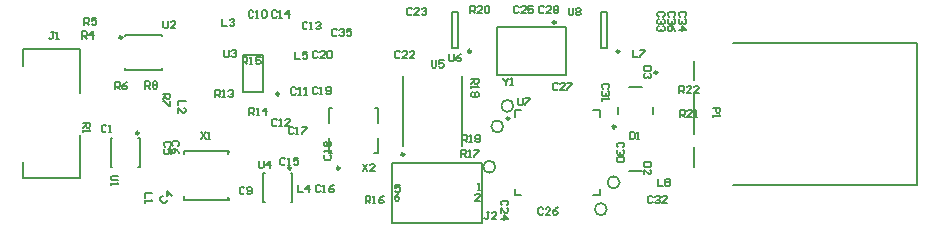
<source format=gto>
%FSLAX24Y24*%
%MOIN*%
G70*
G01*
G75*
G04 Layer_Color=65535*
%ADD10C,0.0060*%
%ADD11C,0.0200*%
%ADD12C,0.0100*%
%ADD13C,0.0250*%
%ADD14C,0.0120*%
%ADD15C,0.0330*%
%ADD16R,0.0197X0.0236*%
%ADD17R,0.0315X0.0354*%
%ADD18R,0.0217X0.0472*%
%ADD19R,0.1575X0.1181*%
%ADD20R,0.0236X0.0394*%
%ADD21R,0.0394X0.0394*%
%ADD22R,0.2156X0.2156*%
%ADD23O,0.0118X0.0295*%
%ADD24O,0.0295X0.0118*%
%ADD25O,0.0669X0.0177*%
%ADD26R,0.0354X0.0315*%
%ADD27R,0.0266X0.0098*%
%ADD28R,0.0591X0.0937*%
%ADD29R,0.0512X0.0295*%
%ADD30R,0.0128X0.0197*%
%ADD31R,0.0630X0.0520*%
%ADD32R,0.0709X0.0276*%
%ADD33R,0.0906X0.0276*%
%ADD34R,0.0276X0.0709*%
%ADD35R,0.1600X0.0600*%
%ADD36R,0.0433X0.0256*%
%ADD37R,0.0827X0.0472*%
%ADD38R,0.0827X0.0315*%
%ADD39R,0.0236X0.0197*%
G04:AMPARAMS|DCode=40|XSize=19.7mil|YSize=23.6mil|CornerRadius=0mil|HoleSize=0mil|Usage=FLASHONLY|Rotation=135.000|XOffset=0mil|YOffset=0mil|HoleType=Round|Shape=Rectangle|*
%AMROTATEDRECTD40*
4,1,4,0.0153,0.0014,-0.0014,-0.0153,-0.0153,-0.0014,0.0014,0.0153,0.0153,0.0014,0.0*
%
%ADD40ROTATEDRECTD40*%

%ADD41C,0.0150*%
%ADD42C,0.0290*%
%ADD43R,0.1600X0.1300*%
%ADD44C,0.0591*%
%ADD45C,0.0591*%
%ADD46R,0.0591X0.0591*%
%ADD47C,0.0472*%
%ADD48O,0.1575X0.0650*%
%ADD49C,0.0260*%
%ADD50C,0.0400*%
%ADD51C,0.0550*%
%ADD52C,0.0754*%
%ADD53C,0.0991*%
%ADD54O,0.1384X0.0794*%
%ADD55R,0.2280X0.2290*%
%ADD56R,0.1000X0.2790*%
%ADD57R,0.8990X0.0670*%
%ADD58R,0.0750X0.0500*%
%ADD59C,0.0530*%
%ADD60C,0.0098*%
%ADD61C,0.0079*%
D10*
X41035Y21910D02*
G03*
X41035Y21910I-200J0D01*
G01*
X45176Y21391D02*
G03*
X45176Y21391I-200J0D01*
G01*
X44750Y20495D02*
G03*
X44750Y20495I-200J0D01*
G01*
X41300Y23255D02*
G03*
X41300Y23255I-200J0D01*
G01*
X41635Y23940D02*
G03*
X41635Y23940I-200J0D01*
G01*
X39932Y22586D02*
Y24948D01*
X37964Y22586D02*
Y24948D01*
X45500Y21755D02*
X45910D01*
X45500Y24555D02*
X45910D01*
X29929Y26255D02*
Y26314D01*
X28699Y26256D02*
Y26315D01*
Y26317D02*
X29929D01*
X28699Y25133D02*
X29929D01*
X28699Y25135D02*
Y25194D01*
X29929Y25136D02*
Y25195D01*
X29197Y21889D02*
Y22873D01*
X28213Y21889D02*
Y22873D01*
X29138D02*
X29197D01*
X29138Y21889D02*
X29197D01*
X28213Y22873D02*
X28272D01*
X28213Y21889D02*
X28272D01*
X33288Y20723D02*
X33347D01*
X33288Y21707D02*
X33347D01*
X34213Y20723D02*
X34272D01*
X34213Y21707D02*
X34272D01*
X33288Y20723D02*
Y21707D01*
X34272Y20723D02*
Y21707D01*
X41100Y24975D02*
X43400Y24975D01*
X41100Y24975D02*
X41100Y26575D01*
X43400D01*
Y24975D02*
Y26575D01*
X30650Y20815D02*
X32141D01*
X30650Y22445D02*
X32141D01*
X30650Y20815D02*
Y20925D01*
Y22325D02*
Y22445D01*
X32140Y20915D02*
X32141Y20815D01*
X32140Y22345D02*
X32141Y22445D01*
X37000Y22365D02*
X37110D01*
X35480D02*
X35600D01*
X37010Y23855D02*
X37110Y23856D01*
X35480Y23856D02*
X35580Y23855D01*
X35480Y22865D02*
X35480Y22365D01*
X35480Y23356D02*
Y23856D01*
X37110Y23356D02*
X37110Y23856D01*
X37110Y22365D02*
Y22865D01*
X25300Y25275D02*
Y25825D01*
X27200D01*
Y24375D02*
Y25825D01*
Y21525D02*
Y22975D01*
X25300Y21525D02*
X27200D01*
X25300D02*
Y22075D01*
X47000Y26915D02*
X47040Y26955D01*
Y27035D01*
X47000Y27075D01*
X46840D01*
X46800Y27035D01*
Y26955D01*
X46840Y26915D01*
X47000Y26835D02*
X47040Y26795D01*
Y26715D01*
X47000Y26675D01*
X46960D01*
X46920Y26715D01*
Y26755D01*
Y26715D01*
X46880Y26675D01*
X46840D01*
X46800Y26715D01*
Y26795D01*
X46840Y26835D01*
X47040Y26435D02*
X47000Y26515D01*
X46920Y26595D01*
X46840D01*
X46800Y26555D01*
Y26475D01*
X46840Y26435D01*
X46880D01*
X46920Y26475D01*
Y26595D01*
X35760Y26475D02*
X35720Y26515D01*
X35640D01*
X35600Y26475D01*
Y26315D01*
X35640Y26275D01*
X35720D01*
X35760Y26315D01*
X35840Y26475D02*
X35880Y26515D01*
X35960D01*
X36000Y26475D01*
Y26435D01*
X35960Y26395D01*
X35920D01*
X35960D01*
X36000Y26355D01*
Y26315D01*
X35960Y26275D01*
X35880D01*
X35840Y26315D01*
X36240Y26515D02*
X36080D01*
Y26395D01*
X36160Y26435D01*
X36200D01*
X36240Y26395D01*
Y26315D01*
X36200Y26275D01*
X36120D01*
X36080Y26315D01*
X46230Y25265D02*
X45990D01*
Y25145D01*
X46030Y25105D01*
X46190D01*
X46230Y25145D01*
Y25265D01*
X46190Y25025D02*
X46230Y24985D01*
Y24905D01*
X46190Y24865D01*
X46150D01*
X46110Y24905D01*
Y24945D01*
Y24905D01*
X46070Y24865D01*
X46030D01*
X45990Y24905D01*
Y24985D01*
X46030Y25025D01*
X41300Y24865D02*
Y24825D01*
X41380Y24745D01*
X41460Y24825D01*
Y24865D01*
X41380Y24745D02*
Y24625D01*
X41540D02*
X41620D01*
X41580D01*
Y24865D01*
X41540Y24825D01*
X26320Y26405D02*
X26240D01*
X26280D01*
Y26205D01*
X26240Y26165D01*
X26200D01*
X26160Y26205D01*
X26400Y26165D02*
X26480D01*
X26440D01*
Y26405D01*
X26400Y26365D01*
X45520Y23085D02*
Y22845D01*
X45640D01*
X45680Y22885D01*
Y23045D01*
X45640Y23085D01*
X45520D01*
X45760Y22845D02*
X45840D01*
X45800D01*
Y23085D01*
X45760Y23045D01*
X40830Y20395D02*
X40750D01*
X40790D01*
Y20195D01*
X40750Y20155D01*
X40710D01*
X40670Y20195D01*
X41070Y20155D02*
X40910D01*
X41070Y20315D01*
Y20355D01*
X41030Y20395D01*
X40950D01*
X40910Y20355D01*
X40450Y21125D02*
X40530D01*
X40490D01*
Y21365D01*
X40450Y21325D01*
X40520Y20775D02*
X40360D01*
X40520Y20935D01*
Y20975D01*
X40480Y21015D01*
X40400D01*
X40360Y20975D01*
X37860Y21315D02*
X37700D01*
Y21195D01*
X37780Y21235D01*
X37820D01*
X37860Y21195D01*
Y21115D01*
X37820Y21075D01*
X37740D01*
X37700Y21115D01*
X37840Y21025D02*
X37760Y20985D01*
X37680Y20905D01*
Y20825D01*
X37720Y20785D01*
X37800D01*
X37840Y20825D01*
Y20865D01*
X37800Y20905D01*
X37680D01*
X36610Y22005D02*
X36770Y21765D01*
Y22005D02*
X36610Y21765D01*
X37010D02*
X36850D01*
X37010Y21925D01*
Y21965D01*
X36970Y22005D01*
X36890D01*
X36850Y21965D01*
X31220Y23085D02*
X31380Y22845D01*
Y23085D02*
X31220Y22845D01*
X31460D02*
X31540D01*
X31500D01*
Y23085D01*
X31460Y23045D01*
X39500Y25665D02*
Y25465D01*
X39540Y25425D01*
X39620D01*
X39660Y25465D01*
Y25665D01*
X39900D02*
X39820Y25625D01*
X39740Y25545D01*
Y25465D01*
X39780Y25425D01*
X39860D01*
X39900Y25465D01*
Y25505D01*
X39860Y25545D01*
X39740D01*
X41790Y24205D02*
Y24005D01*
X41830Y23965D01*
X41910D01*
X41950Y24005D01*
Y24205D01*
X42030D02*
X42190D01*
Y24165D01*
X42030Y24005D01*
Y23965D01*
X32000Y25815D02*
Y25615D01*
X32040Y25575D01*
X32120D01*
X32160Y25615D01*
Y25815D01*
X32240Y25775D02*
X32280Y25815D01*
X32360D01*
X32400Y25775D01*
Y25735D01*
X32360Y25695D01*
X32320D01*
X32360D01*
X32400Y25655D01*
Y25615D01*
X32360Y25575D01*
X32280D01*
X32240Y25615D01*
X48300Y23875D02*
X48540D01*
Y23755D01*
X48500Y23715D01*
X48420D01*
X48380Y23755D01*
Y23875D01*
X48300Y23635D02*
Y23555D01*
Y23595D01*
X48540D01*
X48500Y23635D01*
X33150Y22095D02*
Y21895D01*
X33190Y21855D01*
X33270D01*
X33310Y21895D01*
Y22095D01*
X33510Y21855D02*
Y22095D01*
X33390Y21975D01*
X33550D01*
X46640Y26915D02*
X46680Y26955D01*
Y27035D01*
X46640Y27075D01*
X46480D01*
X46440Y27035D01*
Y26955D01*
X46480Y26915D01*
X46640Y26835D02*
X46680Y26795D01*
Y26715D01*
X46640Y26675D01*
X46600D01*
X46560Y26715D01*
Y26755D01*
Y26715D01*
X46520Y26675D01*
X46480D01*
X46440Y26715D01*
Y26795D01*
X46480Y26835D01*
X46640Y26595D02*
X46680Y26555D01*
Y26475D01*
X46640Y26435D01*
X46600D01*
X46560Y26475D01*
Y26515D01*
Y26475D01*
X46520Y26435D01*
X46480D01*
X46440Y26475D01*
Y26555D01*
X46480Y26595D01*
X38910Y25455D02*
Y25255D01*
X38950Y25215D01*
X39030D01*
X39070Y25255D01*
Y25455D01*
X39310D02*
X39150D01*
Y25335D01*
X39230Y25375D01*
X39270D01*
X39310Y25335D01*
Y25255D01*
X39270Y25215D01*
X39190D01*
X39150Y25255D01*
X29970Y26765D02*
Y26565D01*
X30010Y26525D01*
X30090D01*
X30130Y26565D01*
Y26765D01*
X30370Y26525D02*
X30210D01*
X30370Y26685D01*
Y26725D01*
X30330Y26765D01*
X30250D01*
X30210Y26725D01*
X34370Y25745D02*
Y25505D01*
X34530D01*
X34770Y25745D02*
X34610D01*
Y25625D01*
X34690Y25665D01*
X34730D01*
X34770Y25625D01*
Y25545D01*
X34730Y25505D01*
X34650D01*
X34610Y25545D01*
X41810Y27225D02*
X41770Y27265D01*
X41690D01*
X41650Y27225D01*
Y27065D01*
X41690Y27025D01*
X41770D01*
X41810Y27065D01*
X42050Y27025D02*
X41890D01*
X42050Y27185D01*
Y27225D01*
X42010Y27265D01*
X41930D01*
X41890Y27225D01*
X42290Y27265D02*
X42130D01*
Y27145D01*
X42210Y27185D01*
X42250D01*
X42290Y27145D01*
Y27065D01*
X42250Y27025D01*
X42170D01*
X42130Y27065D01*
X42660Y27225D02*
X42620Y27265D01*
X42540D01*
X42500Y27225D01*
Y27065D01*
X42540Y27025D01*
X42620D01*
X42660Y27065D01*
X42900Y27025D02*
X42740D01*
X42900Y27185D01*
Y27225D01*
X42860Y27265D01*
X42780D01*
X42740Y27225D01*
X42980D02*
X43020Y27265D01*
X43100D01*
X43140Y27225D01*
Y27185D01*
X43100Y27145D01*
X43140Y27105D01*
Y27065D01*
X43100Y27025D01*
X43020D01*
X42980Y27065D01*
Y27105D01*
X43020Y27145D01*
X42980Y27185D01*
Y27225D01*
X43020Y27145D02*
X43100D01*
X46280Y20895D02*
X46240Y20935D01*
X46160D01*
X46120Y20895D01*
Y20735D01*
X46160Y20695D01*
X46240D01*
X46280Y20735D01*
X46360Y20895D02*
X46400Y20935D01*
X46480D01*
X46520Y20895D01*
Y20855D01*
X46480Y20815D01*
X46440D01*
X46480D01*
X46520Y20775D01*
Y20735D01*
X46480Y20695D01*
X46400D01*
X46360Y20735D01*
X46760Y20695D02*
X46600D01*
X46760Y20855D01*
Y20895D01*
X46720Y20935D01*
X46640D01*
X46600Y20895D01*
X35210Y21265D02*
X35170Y21305D01*
X35090D01*
X35050Y21265D01*
Y21105D01*
X35090Y21065D01*
X35170D01*
X35210Y21105D01*
X35290Y21065D02*
X35370D01*
X35330D01*
Y21305D01*
X35290Y21265D01*
X35650Y21305D02*
X35570Y21265D01*
X35490Y21185D01*
Y21105D01*
X35530Y21065D01*
X35610D01*
X35650Y21105D01*
Y21145D01*
X35610Y21185D01*
X35490D01*
X29972Y20929D02*
X29915D01*
X29859Y20873D01*
Y20816D01*
X29972Y20703D01*
X30028D01*
X30085Y20760D01*
Y20816D01*
X30254Y20929D02*
X30085Y21099D01*
Y20929D01*
X30198Y21043D01*
X32670Y21195D02*
X32630Y21235D01*
X32550D01*
X32510Y21195D01*
Y21035D01*
X32550Y20995D01*
X32630D01*
X32670Y21035D01*
X32750D02*
X32790Y20995D01*
X32870D01*
X32910Y21035D01*
Y21195D01*
X32870Y21235D01*
X32790D01*
X32750Y21195D01*
Y21155D01*
X32790Y21115D01*
X32910D01*
X35110Y24525D02*
X35070Y24565D01*
X34990D01*
X34950Y24525D01*
Y24365D01*
X34990Y24325D01*
X35070D01*
X35110Y24365D01*
X35190Y24325D02*
X35270D01*
X35230D01*
Y24565D01*
X35190Y24525D01*
X35390Y24365D02*
X35430Y24325D01*
X35510D01*
X35550Y24365D01*
Y24525D01*
X35510Y24565D01*
X35430D01*
X35390Y24525D01*
Y24485D01*
X35430Y24445D01*
X35550D01*
X35110Y25725D02*
X35070Y25765D01*
X34990D01*
X34950Y25725D01*
Y25565D01*
X34990Y25525D01*
X35070D01*
X35110Y25565D01*
X35350Y25525D02*
X35190D01*
X35350Y25685D01*
Y25725D01*
X35310Y25765D01*
X35230D01*
X35190Y25725D01*
X35430D02*
X35470Y25765D01*
X35550D01*
X35590Y25725D01*
Y25565D01*
X35550Y25525D01*
X35470D01*
X35430Y25565D01*
Y25725D01*
X35353Y22308D02*
X35313Y22268D01*
Y22188D01*
X35353Y22148D01*
X35513D01*
X35553Y22188D01*
Y22268D01*
X35513Y22308D01*
X35553Y22388D02*
Y22468D01*
Y22428D01*
X35313D01*
X35353Y22388D01*
Y22588D02*
X35313Y22628D01*
Y22708D01*
X35353Y22748D01*
X35393D01*
X35433Y22708D01*
X35473Y22748D01*
X35513D01*
X35553Y22708D01*
Y22628D01*
X35513Y22588D01*
X35473D01*
X35433Y22628D01*
X35393Y22588D01*
X35353D01*
X35433Y22628D02*
Y22708D01*
X30710Y24115D02*
X30470D01*
Y23955D01*
Y23715D02*
Y23875D01*
X30630Y23715D01*
X30670D01*
X30710Y23755D01*
Y23835D01*
X30670Y23875D01*
X31940Y26845D02*
Y26605D01*
X32100D01*
X32180Y26805D02*
X32220Y26845D01*
X32300D01*
X32340Y26805D01*
Y26765D01*
X32300Y26725D01*
X32260D01*
X32300D01*
X32340Y26685D01*
Y26645D01*
X32300Y26605D01*
X32220D01*
X32180Y26645D01*
X34450Y21295D02*
Y21055D01*
X34610D01*
X34810D02*
Y21295D01*
X34690Y21175D01*
X34850D01*
X45630Y25815D02*
Y25575D01*
X45790D01*
X45870Y25815D02*
X46030D01*
Y25775D01*
X45870Y25615D01*
Y25575D01*
X46450Y21515D02*
Y21275D01*
X46610D01*
X46690Y21475D02*
X46730Y21515D01*
X46810D01*
X46850Y21475D01*
Y21435D01*
X46810Y21395D01*
X46850Y21355D01*
Y21315D01*
X46810Y21275D01*
X46730D01*
X46690Y21315D01*
Y21355D01*
X46730Y21395D01*
X46690Y21435D01*
Y21475D01*
X46730Y21395D02*
X46810D01*
X29590Y21035D02*
X29350D01*
Y20875D01*
Y20795D02*
Y20715D01*
Y20755D01*
X29590D01*
X29550Y20795D01*
X32840Y23635D02*
Y23875D01*
X32960D01*
X33000Y23835D01*
Y23755D01*
X32960Y23715D01*
X32840D01*
X32920D02*
X33000Y23635D01*
X33080D02*
X33160D01*
X33120D01*
Y23875D01*
X33080Y23835D01*
X33400Y23635D02*
Y23875D01*
X33280Y23755D01*
X33440D01*
X32610Y25325D02*
Y25565D01*
X32730D01*
X32770Y25525D01*
Y25445D01*
X32730Y25405D01*
X32610D01*
X32690D02*
X32770Y25325D01*
X32850D02*
X32930D01*
X32890D01*
Y25565D01*
X32850Y25525D01*
X33210Y25565D02*
X33050D01*
Y25445D01*
X33130Y25485D01*
X33170D01*
X33210Y25445D01*
Y25365D01*
X33170Y25325D01*
X33090D01*
X33050Y25365D01*
X28360Y24495D02*
Y24735D01*
X28480D01*
X28520Y24695D01*
Y24615D01*
X28480Y24575D01*
X28360D01*
X28440D02*
X28520Y24495D01*
X28760Y24735D02*
X28680Y24695D01*
X28600Y24615D01*
Y24535D01*
X28640Y24495D01*
X28720D01*
X28760Y24535D01*
Y24575D01*
X28720Y24615D01*
X28600D01*
X31700Y24225D02*
Y24465D01*
X31820D01*
X31860Y24425D01*
Y24345D01*
X31820Y24305D01*
X31700D01*
X31780D02*
X31860Y24225D01*
X31940D02*
X32020D01*
X31980D01*
Y24465D01*
X31940Y24425D01*
X32140D02*
X32180Y24465D01*
X32260D01*
X32300Y24425D01*
Y24385D01*
X32260Y24345D01*
X32220D01*
X32260D01*
X32300Y24305D01*
Y24265D01*
X32260Y24225D01*
X32180D01*
X32140Y24265D01*
X27300Y23375D02*
X27540D01*
Y23255D01*
X27500Y23215D01*
X27420D01*
X27380Y23255D01*
Y23375D01*
Y23295D02*
X27300Y23215D01*
Y23135D02*
Y23055D01*
Y23095D01*
X27540D01*
X27500Y23135D01*
X39930Y22725D02*
Y22965D01*
X40050D01*
X40090Y22925D01*
Y22845D01*
X40050Y22805D01*
X39930D01*
X40010D02*
X40090Y22725D01*
X40170D02*
X40250D01*
X40210D01*
Y22965D01*
X40170Y22925D01*
X40370D02*
X40410Y22965D01*
X40490D01*
X40530Y22925D01*
Y22885D01*
X40490Y22845D01*
X40530Y22805D01*
Y22765D01*
X40490Y22725D01*
X40410D01*
X40370Y22765D01*
Y22805D01*
X40410Y22845D01*
X40370Y22885D01*
Y22925D01*
X40410Y22845D02*
X40490D01*
X39900Y22245D02*
Y22485D01*
X40020D01*
X40060Y22445D01*
Y22365D01*
X40020Y22325D01*
X39900D01*
X39980D02*
X40060Y22245D01*
X40140D02*
X40220D01*
X40180D01*
Y22485D01*
X40140Y22445D01*
X40340Y22485D02*
X40500D01*
Y22445D01*
X40340Y22285D01*
Y22245D01*
X27260Y26185D02*
Y26425D01*
X27380D01*
X27420Y26385D01*
Y26305D01*
X27380Y26265D01*
X27260D01*
X27340D02*
X27420Y26185D01*
X27620D02*
Y26425D01*
X27500Y26305D01*
X27660D01*
X36710Y20695D02*
Y20935D01*
X36830D01*
X36870Y20895D01*
Y20815D01*
X36830Y20775D01*
X36710D01*
X36790D02*
X36870Y20695D01*
X36950D02*
X37030D01*
X36990D01*
Y20935D01*
X36950Y20895D01*
X37310Y20935D02*
X37230Y20895D01*
X37150Y20815D01*
Y20735D01*
X37190Y20695D01*
X37270D01*
X37310Y20735D01*
Y20775D01*
X37270Y20815D01*
X37150D01*
X27340Y26635D02*
Y26875D01*
X27460D01*
X27500Y26835D01*
Y26755D01*
X27460Y26715D01*
X27340D01*
X27420D02*
X27500Y26635D01*
X27740Y26875D02*
X27580D01*
Y26755D01*
X27660Y26795D01*
X27700D01*
X27740Y26755D01*
Y26675D01*
X27700Y26635D01*
X27620D01*
X27580Y26675D01*
X29960Y24345D02*
X30200D01*
Y24225D01*
X30160Y24185D01*
X30080D01*
X30040Y24225D01*
Y24345D01*
Y24265D02*
X29960Y24185D01*
X30200Y24105D02*
Y23945D01*
X30160D01*
X30000Y24105D01*
X29960D01*
X29370Y24515D02*
Y24755D01*
X29490D01*
X29530Y24715D01*
Y24635D01*
X29490Y24595D01*
X29370D01*
X29450D02*
X29530Y24515D01*
X29610Y24715D02*
X29650Y24755D01*
X29730D01*
X29770Y24715D01*
Y24675D01*
X29730Y24635D01*
X29770Y24595D01*
Y24555D01*
X29730Y24515D01*
X29650D01*
X29610Y24555D01*
Y24595D01*
X29650Y24635D01*
X29610Y24675D01*
Y24715D01*
X29650Y24635D02*
X29730D01*
X47170Y24365D02*
Y24605D01*
X47290D01*
X47330Y24565D01*
Y24485D01*
X47290Y24445D01*
X47170D01*
X47250D02*
X47330Y24365D01*
X47570D02*
X47410D01*
X47570Y24525D01*
Y24565D01*
X47530Y24605D01*
X47450D01*
X47410Y24565D01*
X47810Y24365D02*
X47650D01*
X47810Y24525D01*
Y24565D01*
X47770Y24605D01*
X47690D01*
X47650Y24565D01*
X47190Y23565D02*
Y23805D01*
X47310D01*
X47350Y23765D01*
Y23685D01*
X47310Y23645D01*
X47190D01*
X47270D02*
X47350Y23565D01*
X47590D02*
X47430D01*
X47590Y23725D01*
Y23765D01*
X47550Y23805D01*
X47470D01*
X47430Y23765D01*
X47670Y23565D02*
X47750D01*
X47710D01*
Y23805D01*
X47670Y23765D01*
X40240Y24845D02*
X40480D01*
Y24725D01*
X40440Y24685D01*
X40360D01*
X40320Y24725D01*
Y24845D01*
Y24765D02*
X40240Y24685D01*
Y24605D02*
Y24525D01*
Y24565D01*
X40480D01*
X40440Y24605D01*
X40280Y24405D02*
X40240Y24365D01*
Y24285D01*
X40280Y24245D01*
X40440D01*
X40480Y24285D01*
Y24365D01*
X40440Y24405D01*
X40400D01*
X40360Y24365D01*
Y24245D01*
X28470Y21615D02*
X28270D01*
X28230Y21575D01*
Y21495D01*
X28270Y21455D01*
X28470D01*
X28230Y21375D02*
Y21295D01*
Y21335D01*
X28470D01*
X28430Y21375D01*
X28070Y23275D02*
X28030Y23315D01*
X27950D01*
X27910Y23275D01*
Y23115D01*
X27950Y23075D01*
X28030D01*
X28070Y23115D01*
X28150Y23075D02*
X28230D01*
X28190D01*
Y23315D01*
X28150Y23275D01*
X32970Y27085D02*
X32930Y27125D01*
X32850D01*
X32810Y27085D01*
Y26925D01*
X32850Y26885D01*
X32930D01*
X32970Y26925D01*
X33050Y26885D02*
X33130D01*
X33090D01*
Y27125D01*
X33050Y27085D01*
X33250D02*
X33290Y27125D01*
X33370D01*
X33410Y27085D01*
Y26925D01*
X33370Y26885D01*
X33290D01*
X33250Y26925D01*
Y27085D01*
X33760Y23475D02*
X33720Y23515D01*
X33640D01*
X33600Y23475D01*
Y23315D01*
X33640Y23275D01*
X33720D01*
X33760Y23315D01*
X33840Y23275D02*
X33920D01*
X33880D01*
Y23515D01*
X33840Y23475D01*
X34200Y23275D02*
X34040D01*
X34200Y23435D01*
Y23475D01*
X34160Y23515D01*
X34080D01*
X34040Y23475D01*
X33750Y27085D02*
X33710Y27125D01*
X33630D01*
X33590Y27085D01*
Y26925D01*
X33630Y26885D01*
X33710D01*
X33750Y26925D01*
X33830Y26885D02*
X33910D01*
X33870D01*
Y27125D01*
X33830Y27085D01*
X34150Y26885D02*
Y27125D01*
X34030Y27005D01*
X34190D01*
X42630Y20515D02*
X42590Y20555D01*
X42510D01*
X42470Y20515D01*
Y20355D01*
X42510Y20315D01*
X42590D01*
X42630Y20355D01*
X42870Y20315D02*
X42710D01*
X42870Y20475D01*
Y20515D01*
X42830Y20555D01*
X42750D01*
X42710Y20515D01*
X43110Y20555D02*
X43030Y20515D01*
X42950Y20435D01*
Y20355D01*
X42990Y20315D01*
X43070D01*
X43110Y20355D01*
Y20395D01*
X43070Y20435D01*
X42950D01*
X45280Y22555D02*
X45320Y22595D01*
Y22675D01*
X45280Y22715D01*
X45120D01*
X45080Y22675D01*
Y22595D01*
X45120Y22555D01*
X45280Y22475D02*
X45320Y22435D01*
Y22355D01*
X45280Y22315D01*
X45240D01*
X45200Y22355D01*
Y22395D01*
Y22355D01*
X45160Y22315D01*
X45120D01*
X45080Y22355D01*
Y22435D01*
X45120Y22475D01*
X45280Y22235D02*
X45320Y22195D01*
Y22115D01*
X45280Y22075D01*
X45120D01*
X45080Y22115D01*
Y22195D01*
X45120Y22235D01*
X45280D01*
X41410Y20625D02*
X41450Y20665D01*
Y20745D01*
X41410Y20785D01*
X41250D01*
X41210Y20745D01*
Y20665D01*
X41250Y20625D01*
X41210Y20385D02*
Y20545D01*
X41370Y20385D01*
X41410D01*
X41450Y20425D01*
Y20505D01*
X41410Y20545D01*
X41210Y20185D02*
X41450D01*
X41330Y20305D01*
Y20145D01*
X43120Y24675D02*
X43080Y24715D01*
X43000D01*
X42960Y24675D01*
Y24515D01*
X43000Y24475D01*
X43080D01*
X43120Y24515D01*
X43360Y24475D02*
X43200D01*
X43360Y24635D01*
Y24675D01*
X43320Y24715D01*
X43240D01*
X43200Y24675D01*
X43440Y24715D02*
X43600D01*
Y24675D01*
X43440Y24515D01*
Y24475D01*
X44800Y24515D02*
X44840Y24555D01*
Y24635D01*
X44800Y24675D01*
X44640D01*
X44600Y24635D01*
Y24555D01*
X44640Y24515D01*
X44800Y24435D02*
X44840Y24395D01*
Y24315D01*
X44800Y24275D01*
X44760D01*
X44720Y24315D01*
Y24355D01*
Y24315D01*
X44680Y24275D01*
X44640D01*
X44600Y24315D01*
Y24395D01*
X44640Y24435D01*
X44600Y24195D02*
Y24115D01*
Y24155D01*
X44840D01*
X44800Y24195D01*
X47350Y26915D02*
X47390Y26955D01*
Y27035D01*
X47350Y27075D01*
X47190D01*
X47150Y27035D01*
Y26955D01*
X47190Y26915D01*
X47350Y26835D02*
X47390Y26795D01*
Y26715D01*
X47350Y26675D01*
X47310D01*
X47270Y26715D01*
Y26755D01*
Y26715D01*
X47230Y26675D01*
X47190D01*
X47150Y26715D01*
Y26795D01*
X47190Y26835D01*
X47150Y26475D02*
X47390D01*
X47270Y26595D01*
Y26435D01*
X37860Y25725D02*
X37820Y25765D01*
X37740D01*
X37700Y25725D01*
Y25565D01*
X37740Y25525D01*
X37820D01*
X37860Y25565D01*
X38100Y25525D02*
X37940D01*
X38100Y25685D01*
Y25725D01*
X38060Y25765D01*
X37980D01*
X37940Y25725D01*
X38340Y25525D02*
X38180D01*
X38340Y25685D01*
Y25725D01*
X38300Y25765D01*
X38220D01*
X38180Y25725D01*
X38260Y27175D02*
X38220Y27215D01*
X38140D01*
X38100Y27175D01*
Y27015D01*
X38140Y26975D01*
X38220D01*
X38260Y27015D01*
X38500Y26975D02*
X38340D01*
X38500Y27135D01*
Y27175D01*
X38460Y27215D01*
X38380D01*
X38340Y27175D01*
X38580D02*
X38620Y27215D01*
X38700D01*
X38740Y27175D01*
Y27135D01*
X38700Y27095D01*
X38660D01*
X38700D01*
X38740Y27055D01*
Y27015D01*
X38700Y26975D01*
X38620D01*
X38580Y27015D01*
X40200Y27025D02*
Y27265D01*
X40320D01*
X40360Y27225D01*
Y27145D01*
X40320Y27105D01*
X40200D01*
X40280D02*
X40360Y27025D01*
X40600D02*
X40440D01*
X40600Y27185D01*
Y27225D01*
X40560Y27265D01*
X40480D01*
X40440Y27225D01*
X40680D02*
X40720Y27265D01*
X40800D01*
X40840Y27225D01*
Y27065D01*
X40800Y27025D01*
X40720D01*
X40680Y27065D01*
Y27225D01*
X43480Y27205D02*
Y27005D01*
X43520Y26965D01*
X43600D01*
X43640Y27005D01*
Y27205D01*
X43720Y27165D02*
X43760Y27205D01*
X43840D01*
X43880Y27165D01*
Y27125D01*
X43840Y27085D01*
X43880Y27045D01*
Y27005D01*
X43840Y26965D01*
X43760D01*
X43720Y27005D01*
Y27045D01*
X43760Y27085D01*
X43720Y27125D01*
Y27165D01*
X43760Y27085D02*
X43840D01*
X34030Y22175D02*
X33990Y22215D01*
X33910D01*
X33870Y22175D01*
Y22015D01*
X33910Y21975D01*
X33990D01*
X34030Y22015D01*
X34110Y21975D02*
X34190D01*
X34150D01*
Y22215D01*
X34110Y22175D01*
X34470Y22215D02*
X34310D01*
Y22095D01*
X34390Y22135D01*
X34430D01*
X34470Y22095D01*
Y22015D01*
X34430Y21975D01*
X34350D01*
X34310Y22015D01*
X30450Y22595D02*
X30490Y22635D01*
Y22715D01*
X30450Y22755D01*
X30290D01*
X30250Y22715D01*
Y22635D01*
X30290Y22595D01*
X30490Y22355D02*
X30450Y22435D01*
X30370Y22515D01*
X30290D01*
X30250Y22475D01*
Y22395D01*
X30290Y22355D01*
X30330D01*
X30370Y22395D01*
Y22515D01*
X34390Y24515D02*
X34350Y24555D01*
X34270D01*
X34230Y24515D01*
Y24355D01*
X34270Y24315D01*
X34350D01*
X34390Y24355D01*
X34470Y24315D02*
X34550D01*
X34510D01*
Y24555D01*
X34470Y24515D01*
X34670Y24315D02*
X34750D01*
X34710D01*
Y24555D01*
X34670Y24515D01*
X34770Y26695D02*
X34730Y26735D01*
X34650D01*
X34610Y26695D01*
Y26535D01*
X34650Y26495D01*
X34730D01*
X34770Y26535D01*
X34850Y26495D02*
X34930D01*
X34890D01*
Y26735D01*
X34850Y26695D01*
X35050D02*
X35090Y26735D01*
X35170D01*
X35210Y26695D01*
Y26655D01*
X35170Y26615D01*
X35130D01*
X35170D01*
X35210Y26575D01*
Y26535D01*
X35170Y26495D01*
X35090D01*
X35050Y26535D01*
X30190Y22585D02*
X30230Y22625D01*
Y22705D01*
X30190Y22745D01*
X30030D01*
X29990Y22705D01*
Y22625D01*
X30030Y22585D01*
X30230Y22345D02*
Y22505D01*
X30110D01*
X30150Y22425D01*
Y22385D01*
X30110Y22345D01*
X30030D01*
X29990Y22385D01*
Y22465D01*
X30030Y22505D01*
X34310Y23195D02*
X34270Y23235D01*
X34190D01*
X34150Y23195D01*
Y23035D01*
X34190Y22995D01*
X34270D01*
X34310Y23035D01*
X34390Y22995D02*
X34470D01*
X34430D01*
Y23235D01*
X34390Y23195D01*
X34590Y23235D02*
X34750D01*
Y23195D01*
X34590Y23035D01*
Y22995D01*
X46230Y22055D02*
X45990D01*
Y21935D01*
X46030Y21895D01*
X46190D01*
X46230Y21935D01*
Y22055D01*
X45990Y21655D02*
Y21815D01*
X46150Y21655D01*
X46190D01*
X46230Y21695D01*
Y21775D01*
X46190Y21815D01*
D12*
X38000Y22325D02*
G03*
X38000Y22325I-50J0D01*
G01*
X28600Y26225D02*
G03*
X28600Y26225I-50J0D01*
G01*
X29155Y23031D02*
G03*
X29155Y23031I-50J0D01*
G01*
X34230Y21865D02*
G03*
X34230Y21865I-50J0D01*
G01*
X43050Y26725D02*
G03*
X43050Y26725I-50J0D01*
G01*
X35850Y21865D02*
G03*
X35850Y21865I-50J0D01*
G01*
D60*
X45041Y23244D02*
G03*
X45041Y23244I-49J0D01*
G01*
X41500Y23525D02*
G03*
X41500Y23525I-49J0D01*
G01*
X33826Y24336D02*
G03*
X33826Y24336I-49J0D01*
G01*
X40222Y25756D02*
G03*
X40222Y25756I-49J0D01*
G01*
X46433Y25053D02*
G03*
X46433Y25053I-49J0D01*
G01*
X45172Y25756D02*
G03*
X45172Y25756I-49J0D01*
G01*
D61*
X46291Y23657D02*
Y23893D01*
X45109Y23657D02*
Y23893D01*
X41683Y23576D02*
Y23792D01*
X41899D01*
X41683Y20958D02*
Y21174D01*
Y20958D02*
X41899D01*
X44517D02*
Y21174D01*
X44301Y20958D02*
X44517D01*
Y23576D02*
Y23792D01*
X44301D02*
X44517D01*
X33285Y24415D02*
Y25635D01*
X32615Y24415D02*
Y25635D01*
Y24415D02*
X33285Y24415D01*
X32615Y25635D02*
X33285Y25635D01*
X37600Y22025D02*
X39517Y22025D01*
X37600Y22025D02*
X40600Y22025D01*
X37600Y20025D02*
X40600D01*
Y22025D01*
X37600Y20025D02*
Y22025D01*
X39602Y25865D02*
Y27085D01*
X39798Y25865D02*
Y27085D01*
X39602D02*
X39798D01*
X39602Y25865D02*
X39798D01*
X48970Y26037D02*
X55084D01*
X48970Y21313D02*
X55084D01*
Y26037D01*
X47643Y24789D02*
Y25437D01*
Y23014D02*
Y24336D01*
Y21913D02*
Y22561D01*
X44552Y25865D02*
Y27085D01*
X44748Y25865D02*
Y27085D01*
X44552D02*
X44748D01*
X44552Y25865D02*
X44748D01*
M02*

</source>
